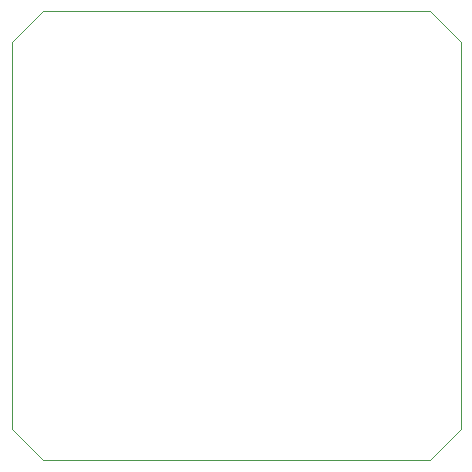
<source format=gm1>
G04 Layer_Color=16711935*
%FSLAX25Y25*%
%MOIN*%
G70*
G01*
G75*
%ADD101C,0.00394*%
D101*
X10348Y149606D02*
X139258D01*
X149606Y139258D01*
Y10348D02*
Y139258D01*
X139258Y-0D02*
X149606Y10348D01*
X10348Y-0D02*
X139258Y-0D01*
X-0Y10348D02*
X10348Y-0D01*
X-0Y139258D02*
X10348Y149606D01*
X-0Y10348D02*
X-0Y139258D01*
M02*

</source>
